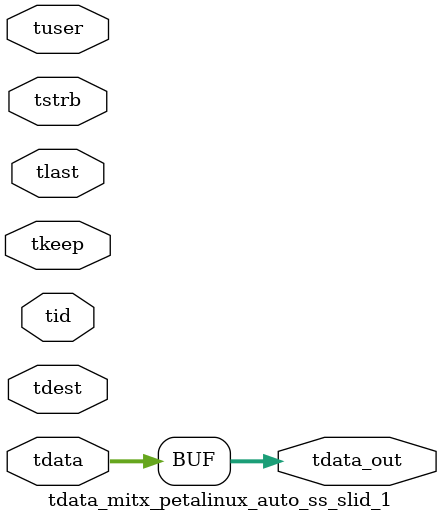
<source format=v>


`timescale 1ps/1ps

module tdata_mitx_petalinux_auto_ss_slid_1 #
(
parameter C_S_AXIS_TDATA_WIDTH = 32,
parameter C_S_AXIS_TUSER_WIDTH = 0,
parameter C_S_AXIS_TID_WIDTH   = 0,
parameter C_S_AXIS_TDEST_WIDTH = 0,
parameter C_M_AXIS_TDATA_WIDTH = 32
)
(
input  [(C_S_AXIS_TDATA_WIDTH == 0 ? 1 : C_S_AXIS_TDATA_WIDTH)-1:0     ] tdata,
input  [(C_S_AXIS_TUSER_WIDTH == 0 ? 1 : C_S_AXIS_TUSER_WIDTH)-1:0     ] tuser,
input  [(C_S_AXIS_TID_WIDTH   == 0 ? 1 : C_S_AXIS_TID_WIDTH)-1:0       ] tid,
input  [(C_S_AXIS_TDEST_WIDTH == 0 ? 1 : C_S_AXIS_TDEST_WIDTH)-1:0     ] tdest,
input  [(C_S_AXIS_TDATA_WIDTH/8)-1:0 ] tkeep,
input  [(C_S_AXIS_TDATA_WIDTH/8)-1:0 ] tstrb,
input                                                                    tlast,
output [C_M_AXIS_TDATA_WIDTH-1:0] tdata_out
);

assign tdata_out = {tdata[31:0]};

endmodule


</source>
